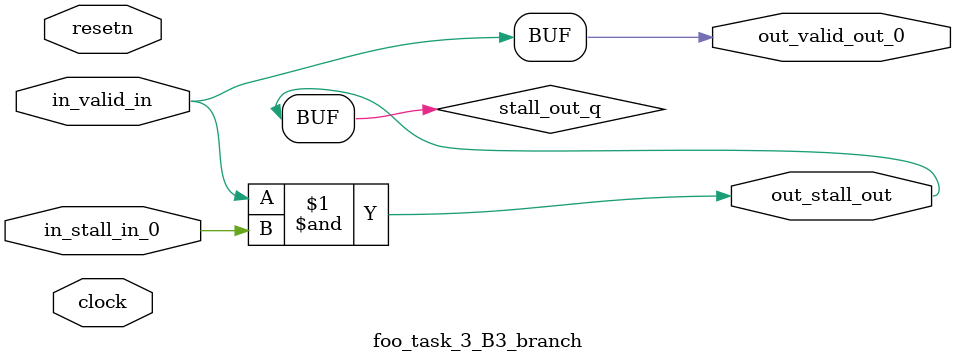
<source format=sv>



(* altera_attribute = "-name AUTO_SHIFT_REGISTER_RECOGNITION OFF; -name MESSAGE_DISABLE 10036; -name MESSAGE_DISABLE 10037; -name MESSAGE_DISABLE 14130; -name MESSAGE_DISABLE 14320; -name MESSAGE_DISABLE 15400; -name MESSAGE_DISABLE 14130; -name MESSAGE_DISABLE 10036; -name MESSAGE_DISABLE 12020; -name MESSAGE_DISABLE 12030; -name MESSAGE_DISABLE 12010; -name MESSAGE_DISABLE 12110; -name MESSAGE_DISABLE 14320; -name MESSAGE_DISABLE 13410; -name MESSAGE_DISABLE 113007; -name MESSAGE_DISABLE 10958" *)
module foo_task_3_B3_branch (
    input wire [0:0] in_stall_in_0,
    input wire [0:0] in_valid_in,
    output wire [0:0] out_stall_out,
    output wire [0:0] out_valid_out_0,
    input wire clock,
    input wire resetn
    );

    wire [0:0] stall_out_q;


    // stall_out(LOGICAL,6)
    assign stall_out_q = in_valid_in & in_stall_in_0;

    // out_stall_out(GPOUT,4)
    assign out_stall_out = stall_out_q;

    // out_valid_out_0(GPOUT,5)
    assign out_valid_out_0 = in_valid_in;

endmodule

</source>
